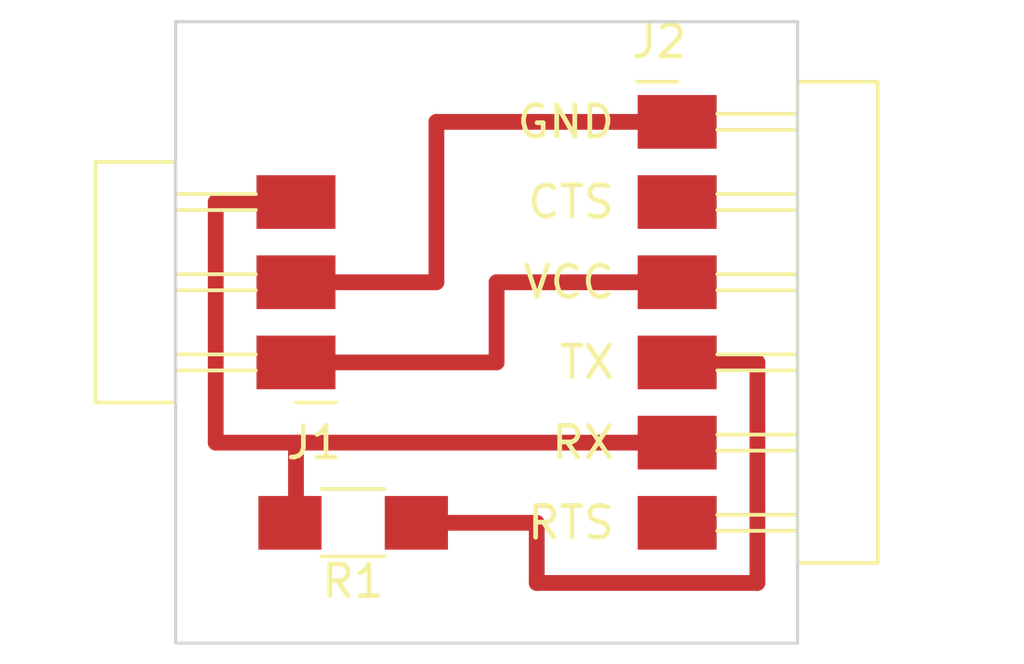
<source format=kicad_pcb>
(kicad_pcb (version 20171130) (host pcbnew "(5.1.9)-1")

  (general
    (thickness 1.6)
    (drawings 6)
    (tracks 17)
    (zones 0)
    (modules 3)
    (nets 7)
  )

  (page A4)
  (layers
    (0 F.Cu signal)
    (31 B.Cu signal)
    (32 B.Adhes user)
    (33 F.Adhes user)
    (34 B.Paste user)
    (35 F.Paste user)
    (36 B.SilkS user)
    (37 F.SilkS user)
    (38 B.Mask user)
    (39 F.Mask user)
    (40 Dwgs.User user hide)
    (41 Cmts.User user)
    (42 Eco1.User user)
    (43 Eco2.User user)
    (44 Edge.Cuts user)
    (45 Margin user)
    (46 B.CrtYd user)
    (47 F.CrtYd user)
    (48 B.Fab user)
    (49 F.Fab user)
  )

  (setup
    (last_trace_width 0.5)
    (user_trace_width 0.5)
    (trace_clearance 0.2)
    (zone_clearance 0.508)
    (zone_45_only no)
    (trace_min 0.2)
    (via_size 0.8)
    (via_drill 0.4)
    (via_min_size 0.4)
    (via_min_drill 0.3)
    (uvia_size 0.3)
    (uvia_drill 0.1)
    (uvias_allowed no)
    (uvia_min_size 0.2)
    (uvia_min_drill 0.1)
    (edge_width 0.05)
    (segment_width 0.2)
    (pcb_text_width 0.3)
    (pcb_text_size 1.5 1.5)
    (mod_edge_width 0.12)
    (mod_text_size 1 1)
    (mod_text_width 0.15)
    (pad_size 1.524 1.524)
    (pad_drill 0.762)
    (pad_to_mask_clearance 0)
    (aux_axis_origin 0 0)
    (visible_elements FFFFFF7F)
    (pcbplotparams
      (layerselection 0x010fc_ffffffff)
      (usegerberextensions false)
      (usegerberattributes true)
      (usegerberadvancedattributes true)
      (creategerberjobfile true)
      (excludeedgelayer true)
      (linewidth 0.100000)
      (plotframeref false)
      (viasonmask false)
      (mode 1)
      (useauxorigin false)
      (hpglpennumber 1)
      (hpglpenspeed 20)
      (hpglpendiameter 15.000000)
      (psnegative false)
      (psa4output false)
      (plotreference true)
      (plotvalue true)
      (plotinvisibletext false)
      (padsonsilk false)
      (subtractmaskfromsilk false)
      (outputformat 1)
      (mirror false)
      (drillshape 1)
      (scaleselection 1)
      (outputdirectory ""))
  )

  (net 0 "")
  (net 1 "Net-(J1-Pad3)")
  (net 2 "Net-(J1-Pad2)")
  (net 3 "Net-(J1-Pad1)")
  (net 4 "Net-(J2-Pad6)")
  (net 5 "Net-(J2-Pad4)")
  (net 6 "Net-(J2-Pad2)")

  (net_class Default "This is the default net class."
    (clearance 0.2)
    (trace_width 0.25)
    (via_dia 0.8)
    (via_drill 0.4)
    (uvia_dia 0.3)
    (uvia_drill 0.1)
    (add_net "Net-(J1-Pad1)")
    (add_net "Net-(J1-Pad2)")
    (add_net "Net-(J1-Pad3)")
    (add_net "Net-(J2-Pad2)")
    (add_net "Net-(J2-Pad4)")
    (add_net "Net-(J2-Pad6)")
  )

  (module fab:Header_SMD_01x03_P2.54mm_Horizontal_Male (layer F.Cu) (tedit 5FFC95A6) (tstamp 5FFFE01E)
    (at 135.89 88.265 180)
    (descr https://s3.amazonaws.com/catalogspreads-pdf/PAGE112-113%20.100%20MALE%20HDR.pdf)
    (tags "horizontal pin header SMD 2.54mm")
    (path /6001A87F)
    (attr smd)
    (fp_text reference J1 (at -1.524 -2.54 180) (layer F.SilkS)
      (effects (font (size 1 1) (thickness 0.15)) (justify right))
    )
    (fp_text value Conn_01x03_Male (at 2.6 8.3) (layer F.Fab)
      (effects (font (size 1 1) (thickness 0.15)))
    )
    (fp_text user %R (at 2.4 2.6 90) (layer F.Fab)
      (effects (font (size 1 1) (thickness 0.15)))
    )
    (fp_line (start 6.4 -1.8) (end -1.8 -1.8) (layer F.CrtYd) (width 0.05))
    (fp_line (start 6.4 6.9) (end 6.4 -1.8) (layer F.CrtYd) (width 0.05))
    (fp_line (start -1.8 6.9) (end 6.4 6.9) (layer F.CrtYd) (width 0.05))
    (fp_line (start -1.8 -1.8) (end -1.8 6.9) (layer F.CrtYd) (width 0.05))
    (fp_line (start -1.27 -1.27) (end 0 -1.27) (layer F.SilkS) (width 0.12))
    (fp_line (start 3.81 6.35) (end 3.8 -1.27) (layer F.Fab) (width 0.1))
    (fp_line (start 3.8 -1.27) (end 6.34 -1.27) (layer F.Fab) (width 0.1))
    (fp_line (start 3.8 6.35) (end 6.35 6.35) (layer F.Fab) (width 0.1))
    (fp_line (start 6.34 -1.27) (end 6.35 6.35) (layer F.Fab) (width 0.1))
    (fp_line (start 3.81 0) (end -0.635 0) (layer F.Fab) (width 0.1))
    (fp_line (start 3.81 2.54) (end -0.635 2.54) (layer F.Fab) (width 0.1))
    (fp_line (start 3.81 5.08) (end -0.635 5.08) (layer F.Fab) (width 0.1))
    (fp_line (start 3.81 -1.27) (end 6.35 -1.27) (layer F.SilkS) (width 0.12))
    (fp_line (start 6.35 -1.27) (end 6.35 6.35) (layer F.SilkS) (width 0.12))
    (fp_line (start 6.35 6.35) (end 3.81 6.35) (layer F.SilkS) (width 0.12))
    (fp_line (start 3.81 6.35) (end 3.81 -1.27) (layer F.SilkS) (width 0.12))
    (fp_line (start 3.81 -0.254) (end 1.27 -0.254) (layer F.SilkS) (width 0.12))
    (fp_line (start 3.81 0.254) (end 1.27 0.254) (layer F.SilkS) (width 0.12))
    (fp_line (start 3.81 2.286) (end 1.27 2.286) (layer F.SilkS) (width 0.12))
    (fp_line (start 3.81 2.794) (end 1.27 2.794) (layer F.SilkS) (width 0.12))
    (fp_line (start 3.81 4.826) (end 1.27 4.826) (layer F.SilkS) (width 0.12))
    (fp_line (start 3.81 5.334) (end 1.27 5.334) (layer F.SilkS) (width 0.12))
    (fp_line (start -0.635 -0.254) (end -0.635 0.254) (layer F.Fab) (width 0.1))
    (fp_line (start -0.635 2.286) (end -0.635 2.794) (layer F.Fab) (width 0.1))
    (fp_line (start -0.635 4.826) (end -0.635 5.334) (layer F.Fab) (width 0.1))
    (pad 3 smd rect (at 0 5.08 180) (size 2.5 1.7) (layers F.Cu F.Paste F.Mask)
      (net 1 "Net-(J1-Pad3)"))
    (pad 2 smd rect (at 0 2.54 180) (size 2.5 1.7) (layers F.Cu F.Paste F.Mask)
      (net 2 "Net-(J1-Pad2)"))
    (pad 1 smd rect (at 0 0 180) (size 2.5 1.7) (layers F.Cu F.Paste F.Mask)
      (net 3 "Net-(J1-Pad1)"))
    (model "$(FAB)/fab.3dshapes/Header_SMD_01x03_P2.54mm_Horizontal_Male.step"
      (at (xyz 0 0 0))
      (scale (xyz 1 1 1))
      (rotate (xyz 0 0 0))
    )
  )

  (module fab:R_1206 (layer F.Cu) (tedit 58E0A804) (tstamp 5FFFE110)
    (at 137.7 93.345 180)
    (descr "Resistor SMD 1206, hand soldering")
    (tags "resistor 1206")
    (path /6001DC60)
    (attr smd)
    (fp_text reference R1 (at 0 -1.85) (layer F.SilkS)
      (effects (font (size 1 1) (thickness 0.15)))
    )
    (fp_text value 4.99K (at 0 1.9) (layer F.Fab)
      (effects (font (size 1 1) (thickness 0.15)))
    )
    (fp_text user %R (at 0 0) (layer F.Fab)
      (effects (font (size 0.7 0.7) (thickness 0.105)))
    )
    (fp_line (start 3.25 1.1) (end -3.25 1.1) (layer F.CrtYd) (width 0.05))
    (fp_line (start 3.25 1.1) (end 3.25 -1.11) (layer F.CrtYd) (width 0.05))
    (fp_line (start -3.25 -1.11) (end -3.25 1.1) (layer F.CrtYd) (width 0.05))
    (fp_line (start -3.25 -1.11) (end 3.25 -1.11) (layer F.CrtYd) (width 0.05))
    (fp_line (start -1 -1.07) (end 1 -1.07) (layer F.SilkS) (width 0.12))
    (fp_line (start 1 1.07) (end -1 1.07) (layer F.SilkS) (width 0.12))
    (fp_line (start -1.6 -0.8) (end 1.6 -0.8) (layer F.Fab) (width 0.1))
    (fp_line (start 1.6 -0.8) (end 1.6 0.8) (layer F.Fab) (width 0.1))
    (fp_line (start 1.6 0.8) (end -1.6 0.8) (layer F.Fab) (width 0.1))
    (fp_line (start -1.6 0.8) (end -1.6 -0.8) (layer F.Fab) (width 0.1))
    (pad 1 smd rect (at -2 0 180) (size 2 1.7) (layers F.Cu F.Paste F.Mask)
      (net 5 "Net-(J2-Pad4)"))
    (pad 2 smd rect (at 2 0 180) (size 2 1.7) (layers F.Cu F.Paste F.Mask)
      (net 1 "Net-(J1-Pad3)"))
    (model ${KISYS3DMOD}/Resistors_SMD.3dshapes/R_1206.wrl
      (at (xyz 0 0 0))
      (scale (xyz 1 1 1))
      (rotate (xyz 0 0 0))
    )
  )

  (module fab:Header_SMD_FTDI_01x06_P2.54mm_Horizontal_Male (layer F.Cu) (tedit 5FFD952E) (tstamp 5FFFDE75)
    (at 147.955 80.645)
    (descr https://s3.amazonaws.com/catalogspreads-pdf/PAGE112-113%20.100%20MALE%20HDR.pdf)
    (tags "horizontal pin header SMD 2.54mm")
    (path /6001C1A9)
    (attr smd)
    (fp_text reference J2 (at -1.524 -2.54 180) (layer F.SilkS)
      (effects (font (size 1 1) (thickness 0.15)) (justify left))
    )
    (fp_text value Conn_FTDI_01x06_Male (at 2.286 15.621) (layer F.Fab)
      (effects (font (size 1 1) (thickness 0.15)))
    )
    (fp_text user RTS (at -1.905 12.7) (layer F.SilkS)
      (effects (font (size 1 1) (thickness 0.15)) (justify right))
    )
    (fp_text user RX (at -1.905 10.16) (layer F.SilkS)
      (effects (font (size 1 1) (thickness 0.15)) (justify right))
    )
    (fp_text user TX (at -1.905 7.62) (layer F.SilkS)
      (effects (font (size 1 1) (thickness 0.15)) (justify right))
    )
    (fp_text user VCC (at -1.905 5.08) (layer F.SilkS)
      (effects (font (size 1 1) (thickness 0.15)) (justify right))
    )
    (fp_text user CTS (at -1.905 2.54) (layer F.SilkS)
      (effects (font (size 1 1) (thickness 0.15)) (justify right))
    )
    (fp_text user GND (at -1.905 0) (layer F.SilkS)
      (effects (font (size 1 1) (thickness 0.15)) (justify right))
    )
    (fp_text user %R (at 2.6 6.1 90) (layer F.Fab)
      (effects (font (size 1 1) (thickness 0.15)))
    )
    (fp_line (start -0.635 12.446) (end -0.635 12.954) (layer F.Fab) (width 0.1))
    (fp_line (start -0.635 9.906) (end -0.635 10.414) (layer F.Fab) (width 0.1))
    (fp_line (start -0.635 7.366) (end -0.635 7.874) (layer F.Fab) (width 0.1))
    (fp_line (start -0.635 4.826) (end -0.635 5.334) (layer F.Fab) (width 0.1))
    (fp_line (start -0.635 2.286) (end -0.635 2.794) (layer F.Fab) (width 0.1))
    (fp_line (start -0.635 -0.254) (end -0.635 0.254) (layer F.Fab) (width 0.1))
    (fp_line (start 3.81 12.954) (end 1.27 12.954) (layer F.SilkS) (width 0.12))
    (fp_line (start 3.81 12.446) (end 1.27 12.446) (layer F.SilkS) (width 0.12))
    (fp_line (start 3.81 10.414) (end 1.27 10.414) (layer F.SilkS) (width 0.12))
    (fp_line (start 3.81 9.906) (end 1.27 9.906) (layer F.SilkS) (width 0.12))
    (fp_line (start 3.81 7.874) (end 1.27 7.874) (layer F.SilkS) (width 0.12))
    (fp_line (start 3.81 7.366) (end 1.27 7.366) (layer F.SilkS) (width 0.12))
    (fp_line (start 3.81 5.334) (end 1.27 5.334) (layer F.SilkS) (width 0.12))
    (fp_line (start 3.81 4.826) (end 1.27 4.826) (layer F.SilkS) (width 0.12))
    (fp_line (start 3.81 2.794) (end 1.27 2.794) (layer F.SilkS) (width 0.12))
    (fp_line (start 3.81 2.286) (end 1.27 2.286) (layer F.SilkS) (width 0.12))
    (fp_line (start 3.81 0.254) (end 1.27 0.254) (layer F.SilkS) (width 0.12))
    (fp_line (start 3.81 -0.254) (end 1.27 -0.254) (layer F.SilkS) (width 0.12))
    (fp_line (start 3.81 13.97) (end 3.81 -1.27) (layer F.SilkS) (width 0.12))
    (fp_line (start 6.35 13.97) (end 3.81 13.97) (layer F.SilkS) (width 0.12))
    (fp_line (start 6.35 -1.27) (end 6.35 13.97) (layer F.SilkS) (width 0.12))
    (fp_line (start 3.81 -1.27) (end 6.35 -1.27) (layer F.SilkS) (width 0.12))
    (fp_line (start 3.81 12.7) (end -0.635 12.7) (layer F.Fab) (width 0.1))
    (fp_line (start 3.81 10.16) (end -0.635 10.16) (layer F.Fab) (width 0.1))
    (fp_line (start 3.81 7.62) (end -0.635 7.62) (layer F.Fab) (width 0.1))
    (fp_line (start 3.81 5.08) (end -0.635 5.08) (layer F.Fab) (width 0.1))
    (fp_line (start 3.81 2.54) (end -0.635 2.54) (layer F.Fab) (width 0.1))
    (fp_line (start 3.81 0) (end -0.635 0) (layer F.Fab) (width 0.1))
    (fp_line (start 6.34 -1.27) (end 6.35 13.97) (layer F.Fab) (width 0.1))
    (fp_line (start 3.8 13.97) (end 6.35 13.97) (layer F.Fab) (width 0.1))
    (fp_line (start 3.8 -1.27) (end 6.34 -1.27) (layer F.Fab) (width 0.1))
    (fp_line (start 3.8 13.97) (end 3.8 -1.27) (layer F.Fab) (width 0.1))
    (fp_line (start -1.27 -1.27) (end 0 -1.27) (layer F.SilkS) (width 0.12))
    (fp_line (start -1.8 -1.8) (end -1.8 14.5) (layer F.CrtYd) (width 0.05))
    (fp_line (start -1.8 14.5) (end 6.4 14.5) (layer F.CrtYd) (width 0.05))
    (fp_line (start 6.4 14.5) (end 6.4 -1.8) (layer F.CrtYd) (width 0.05))
    (fp_line (start 6.4 -1.8) (end -1.8 -1.8) (layer F.CrtYd) (width 0.05))
    (pad 6 smd rect (at 0 12.7) (size 2.5 1.7) (layers F.Cu F.Paste F.Mask)
      (net 4 "Net-(J2-Pad6)"))
    (pad 5 smd rect (at 0 10.16) (size 2.5 1.7) (layers F.Cu F.Paste F.Mask)
      (net 1 "Net-(J1-Pad3)"))
    (pad 4 smd rect (at 0 7.62) (size 2.5 1.7) (layers F.Cu F.Paste F.Mask)
      (net 5 "Net-(J2-Pad4)"))
    (pad 3 smd rect (at 0 5.08) (size 2.5 1.7) (layers F.Cu F.Paste F.Mask)
      (net 3 "Net-(J1-Pad1)"))
    (pad 2 smd rect (at 0 2.54) (size 2.5 1.7) (layers F.Cu F.Paste F.Mask)
      (net 6 "Net-(J2-Pad2)"))
    (pad 1 smd rect (at 0 0) (size 2.5 1.7) (layers F.Cu F.Paste F.Mask)
      (net 2 "Net-(J1-Pad2)"))
    (model ${FAB}/fab.3dshapes/Header_SMD_01x06_P2.54mm_Horizontal_Male.step
      (at (xyz 0 0 0))
      (scale (xyz 1 1 1))
      (rotate (xyz 0 0 0))
    )
  )

  (gr_poly (pts (xy 152.4 97.79) (xy 131.445 97.79) (xy 131.445 76.835) (xy 152.4 76.835)) (layer Margin) (width 0.1))
  (gr_poly (pts (xy 151.765 97.155) (xy 132.08 97.155) (xy 132.08 77.47) (xy 151.765 77.47)) (layer Dwgs.User) (width 0.1))
  (gr_line (start 151.765 77.47) (end 151.765 97.155) (layer Edge.Cuts) (width 0.1))
  (gr_line (start 132.08 77.47) (end 151.765 77.47) (layer Edge.Cuts) (width 0.1))
  (gr_line (start 132.08 97.155) (end 132.08 77.47) (layer Edge.Cuts) (width 0.1))
  (gr_line (start 151.765 97.155) (end 132.08 97.155) (layer Edge.Cuts) (width 0.1))

  (segment (start 135.89 83.185) (end 133.35 83.185) (width 0.5) (layer F.Cu) (net 1))
  (segment (start 147.955 90.805) (end 135.89 90.805) (width 0.5) (layer F.Cu) (net 1))
  (segment (start 135.89 90.805) (end 133.35 90.805) (width 0.5) (layer F.Cu) (net 1))
  (segment (start 133.35 83.185) (end 133.35 90.805) (width 0.5) (layer F.Cu) (net 1))
  (segment (start 135.89 93.155) (end 135.7 93.345) (width 0.5) (layer F.Cu) (net 1))
  (segment (start 135.89 90.805) (end 135.89 93.155) (width 0.5) (layer F.Cu) (net 1))
  (segment (start 147.955 80.645) (end 140.335 80.645) (width 0.5) (layer F.Cu) (net 2))
  (segment (start 140.335 80.645) (end 140.335 85.725) (width 0.5) (layer F.Cu) (net 2))
  (segment (start 140.335 85.725) (end 135.89 85.725) (width 0.5) (layer F.Cu) (net 2))
  (segment (start 147.955 85.725) (end 142.24 85.725) (width 0.5) (layer F.Cu) (net 3))
  (segment (start 142.24 85.725) (end 142.24 88.265) (width 0.5) (layer F.Cu) (net 3))
  (segment (start 142.24 88.265) (end 135.89 88.265) (width 0.5) (layer F.Cu) (net 3))
  (segment (start 147.955 88.265) (end 150.495 88.265) (width 0.5) (layer F.Cu) (net 5))
  (segment (start 150.495 88.265) (end 150.495 95.25) (width 0.5) (layer F.Cu) (net 5))
  (segment (start 150.495 95.25) (end 143.51 95.25) (width 0.5) (layer F.Cu) (net 5))
  (segment (start 143.51 95.25) (end 143.51 93.345) (width 0.5) (layer F.Cu) (net 5))
  (segment (start 143.51 93.345) (end 139.7 93.345) (width 0.5) (layer F.Cu) (net 5))

)

</source>
